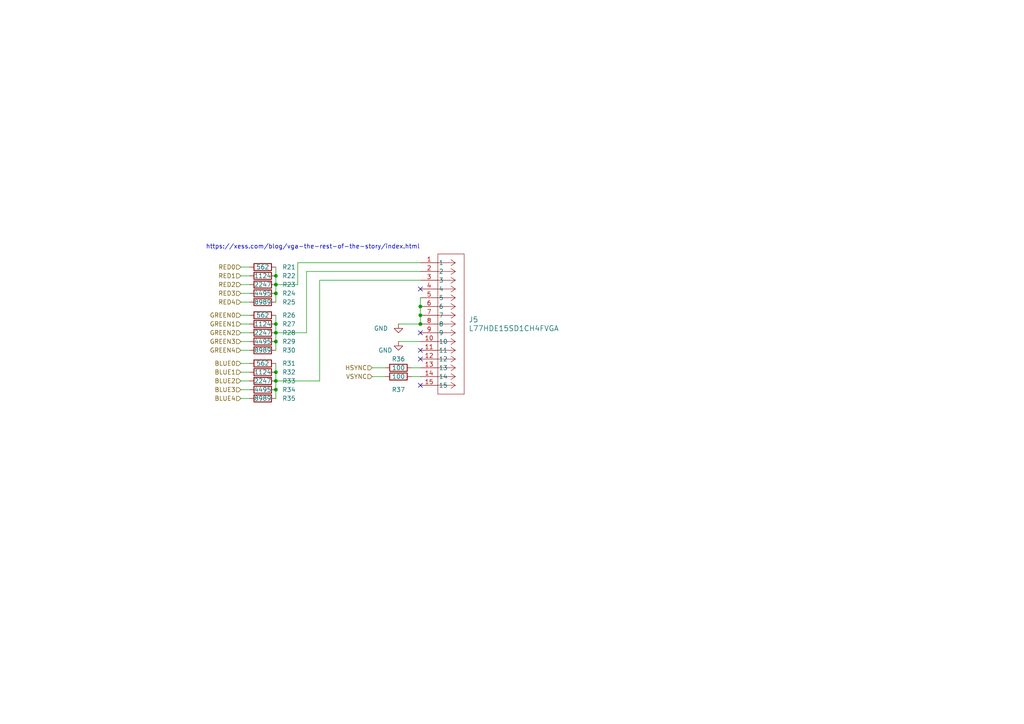
<source format=kicad_sch>
(kicad_sch (version 20230121) (generator eeschema)
  (paper "A4")
  (lib_symbols
    (symbol "2023-09-27_12-40-23:L77HDE15SD1CH4FVGA" (pin_names (offset 0.254))
      (property "Reference" "J" (at 8.89 6.35 0))
      (property "Value" "L77HDE15SD1CH4FVGA" (at 0 0 0))
      (symbol "L77HDE15SD1CH4FVGA_1_1"
        (polyline (pts (xy 5.08 -38.1) (xy 12.7 -38.1)) (stroke (width 0.127)))
        (polyline (pts (xy 5.08 2.54) (xy 5.08 -38.1)) (stroke (width 0.127)))
        (polyline (pts (xy 10.16 -35.56) (xy 5.08 -35.56)) (stroke (width 0.127)))
        (polyline (pts (xy 10.16 -35.56) (xy 8.89 -36.4067)) (stroke (width 0.127)))
        (polyline (pts (xy 10.16 -35.56) (xy 8.89 -34.7133)) (stroke (width 0.127)))
        (polyline (pts (xy 10.16 -33.02) (xy 5.08 -33.02)) (stroke (width 0.127)))
        (polyline (pts (xy 10.16 -33.02) (xy 8.89 -33.8667)) (stroke (width 0.127)))
        (polyline (pts (xy 10.16 -33.02) (xy 8.89 -32.1733)) (stroke (width 0.127)))
        (polyline (pts (xy 10.16 -30.48) (xy 5.08 -30.48)) (stroke (width 0.127)))
        (polyline (pts (xy 10.16 -30.48) (xy 8.89 -31.3267)) (stroke (width 0.127)))
        (polyline (pts (xy 10.16 -30.48) (xy 8.89 -29.6333)) (stroke (width 0.127)))
        (polyline (pts (xy 10.16 -27.94) (xy 5.08 -27.94)) (stroke (width 0.127)))
        (polyline (pts (xy 10.16 -27.94) (xy 8.89 -28.7867)) (stroke (width 0.127)))
        (polyline (pts (xy 10.16 -27.94) (xy 8.89 -27.0933)) (stroke (width 0.127)))
        (polyline (pts (xy 10.16 -25.4) (xy 5.08 -25.4)) (stroke (width 0.127)))
        (polyline (pts (xy 10.16 -25.4) (xy 8.89 -26.2467)) (stroke (width 0.127)))
        (polyline (pts (xy 10.16 -25.4) (xy 8.89 -24.5533)) (stroke (width 0.127)))
        (polyline (pts (xy 10.16 -22.86) (xy 5.08 -22.86)) (stroke (width 0.127)))
        (polyline (pts (xy 10.16 -22.86) (xy 8.89 -23.7067)) (stroke (width 0.127)))
        (polyline (pts (xy 10.16 -22.86) (xy 8.89 -22.0133)) (stroke (width 0.127)))
        (polyline (pts (xy 10.16 -20.32) (xy 5.08 -20.32)) (stroke (width 0.127)))
        (polyline (pts (xy 10.16 -20.32) (xy 8.89 -21.1667)) (stroke (width 0.127)))
        (polyline (pts (xy 10.16 -20.32) (xy 8.89 -19.4733)) (stroke (width 0.127)))
        (polyline (pts (xy 10.16 -17.78) (xy 5.08 -17.78)) (stroke (width 0.127)))
        (polyline (pts (xy 10.16 -17.78) (xy 8.89 -18.6267)) (stroke (width 0.127)))
        (polyline (pts (xy 10.16 -17.78) (xy 8.89 -16.9333)) (stroke (width 0.127)))
        (polyline (pts (xy 10.16 -15.24) (xy 5.08 -15.24)) (stroke (width 0.127)))
        (polyline (pts (xy 10.16 -15.24) (xy 8.89 -16.0867)) (stroke (width 0.127)))
        (polyline (pts (xy 10.16 -15.24) (xy 8.89 -14.3933)) (stroke (width 0.127)))
        (polyline (pts (xy 10.16 -12.7) (xy 5.08 -12.7)) (stroke (width 0.127)))
        (polyline (pts (xy 10.16 -12.7) (xy 8.89 -13.5467)) (stroke (width 0.127)))
        (polyline (pts (xy 10.16 -12.7) (xy 8.89 -11.8533)) (stroke (width 0.127)))
        (polyline (pts (xy 10.16 -10.16) (xy 5.08 -10.16)) (stroke (width 0.127)))
        (polyline (pts (xy 10.16 -10.16) (xy 8.89 -11.0067)) (stroke (width 0.127)))
        (polyline (pts (xy 10.16 -10.16) (xy 8.89 -9.3133)) (stroke (width 0.127)))
        (polyline (pts (xy 10.16 -7.62) (xy 5.08 -7.62)) (stroke (width 0.127)))
        (polyline (pts (xy 10.16 -7.62) (xy 8.89 -8.4667)) (stroke (width 0.127)))
        (polyline (pts (xy 10.16 -7.62) (xy 8.89 -6.7733)) (stroke (width 0.127)))
        (polyline (pts (xy 10.16 -5.08) (xy 5.08 -5.08)) (stroke (width 0.127)))
        (polyline (pts (xy 10.16 -5.08) (xy 8.89 -5.9267)) (stroke (width 0.127)))
        (polyline (pts (xy 10.16 -5.08) (xy 8.89 -4.2333)) (stroke (width 0.127)))
        (polyline (pts (xy 10.16 -2.54) (xy 5.08 -2.54)) (stroke (width 0.127)))
        (polyline (pts (xy 10.16 -2.54) (xy 8.89 -3.3867)) (stroke (width 0.127)))
        (polyline (pts (xy 10.16 -2.54) (xy 8.89 -1.6933)) (stroke (width 0.127)))
        (polyline (pts (xy 10.16 0) (xy 5.08 0)) (stroke (width 0.127)))
        (polyline (pts (xy 10.16 0) (xy 8.89 -0.8467)) (stroke (width 0.127)))
        (polyline (pts (xy 10.16 0) (xy 8.89 0.8467)) (stroke (width 0.127)))
        (polyline (pts (xy 12.7 -38.1) (xy 12.7 2.54)) (stroke (width 0.127)))
        (polyline (pts (xy 12.7 2.54) (xy 5.08 2.54)) (stroke (width 0.127)))
        (pin unspecified line (at 0 0 0) (length 5.08) (name "1") (number "1"))
        (pin unspecified line (at 0 -22.86 0) (length 5.08) (name "10") (number "10"))
        (pin unspecified line (at 0 -25.4 0) (length 5.08) (name "11") (number "11"))
        (pin unspecified line (at 0 -27.94 0) (length 5.08) (name "12") (number "12"))
        (pin unspecified line (at 0 -30.48 0) (length 5.08) (name "13") (number "13"))
        (pin unspecified line (at 0 -33.02 0) (length 5.08) (name "14") (number "14"))
        (pin unspecified line (at 0 -35.56 0) (length 5.08) (name "15") (number "15"))
        (pin unspecified line (at 0 -2.54 0) (length 5.08) (name "2") (number "2"))
        (pin unspecified line (at 0 -5.08 0) (length 5.08) (name "3") (number "3"))
        (pin unspecified line (at 0 -7.62 0) (length 5.08) (name "4") (number "4"))
        (pin unspecified line (at 0 -10.16 0) (length 5.08) (name "5") (number "5"))
        (pin unspecified line (at 0 -12.7 0) (length 5.08) (name "6") (number "6"))
        (pin unspecified line (at 0 -15.24 0) (length 5.08) (name "7") (number "7"))
        (pin unspecified line (at 0 -17.78 0) (length 5.08) (name "8") (number "8"))
        (pin unspecified line (at 0 -20.32 0) (length 5.08) (name "9") (number "9"))
      )
      (symbol "L77HDE15SD1CH4FVGA_1_2"
        (polyline (pts (xy 5.08 -38.1) (xy 12.7 -38.1)) (stroke (width 0.127)))
        (polyline (pts (xy 5.08 2.54) (xy 5.08 -38.1)) (stroke (width 0.127)))
        (polyline (pts (xy 7.62 -35.56) (xy 5.08 -35.56)) (stroke (width 0.127)))
        (polyline (pts (xy 7.62 -35.56) (xy 8.89 -36.4067)) (stroke (width 0.127)))
        (polyline (pts (xy 7.62 -35.56) (xy 8.89 -34.7133)) (stroke (width 0.127)))
        (polyline (pts (xy 7.62 -33.02) (xy 5.08 -33.02)) (stroke (width 0.127)))
        (polyline (pts (xy 7.62 -33.02) (xy 8.89 -33.8667)) (stroke (width 0.127)))
        (polyline (pts (xy 7.62 -33.02) (xy 8.89 -32.1733)) (stroke (width 0.127)))
        (polyline (pts (xy 7.62 -30.48) (xy 5.08 -30.48)) (stroke (width 0.127)))
        (polyline (pts (xy 7.62 -30.48) (xy 8.89 -31.3267)) (stroke (width 0.127)))
        (polyline (pts (xy 7.62 -30.48) (xy 8.89 -29.6333)) (stroke (width 0.127)))
        (polyline (pts (xy 7.62 -27.94) (xy 5.08 -27.94)) (stroke (width 0.127)))
        (polyline (pts (xy 7.62 -27.94) (xy 8.89 -28.7867)) (stroke (width 0.127)))
        (polyline (pts (xy 7.62 -27.94) (xy 8.89 -27.0933)) (stroke (width 0.127)))
        (polyline (pts (xy 7.62 -25.4) (xy 5.08 -25.4)) (stroke (width 0.127)))
        (polyline (pts (xy 7.62 -25.4) (xy 8.89 -26.2467)) (stroke (width 0.127)))
        (polyline (pts (xy 7.62 -25.4) (xy 8.89 -24.5533)) (stroke (width 0.127)))
        (polyline (pts (xy 7.62 -22.86) (xy 5.08 -22.86)) (stroke (width 0.127)))
        (polyline (pts (xy 7.62 -22.86) (xy 8.89 -23.7067)) (stroke (width 0.127)))
        (polyline (pts (xy 7.62 -22.86) (xy 8.89 -22.0133)) (stroke (width 0.127)))
        (polyline (pts (xy 7.62 -20.32) (xy 5.08 -20.32)) (stroke (width 0.127)))
        (polyline (pts (xy 7.62 -20.32) (xy 8.89 -21.1667)) (stroke (width 0.127)))
        (polyline (pts (xy 7.62 -20.32) (xy 8.89 -19.4733)) (stroke (width 0.127)))
        (polyline (pts (xy 7.62 -17.78) (xy 5.08 -17.78)) (stroke (width 0.127)))
        (polyline (pts (xy 7.62 -17.78) (xy 8.89 -18.6267)) (stroke (width 0.127)))
        (polyline (pts (xy 7.62 -17.78) (xy 8.89 -16.9333)) (stroke (width 0.127)))
        (polyline (pts (xy 7.62 -15.24) (xy 5.08 -15.24)) (stroke (width 0.127)))
        (polyline (pts (xy 7.62 -15.24) (xy 8.89 -16.0867)) (stroke (width 0.127)))
        (polyline (pts (xy 7.62 -15.24) (xy 8.89 -14.3933)) (stroke (width 0.127)))
        (polyline (pts (xy 7.62 -12.7) (xy 5.08 -12.7)) (stroke (width 0.127)))
        (polyline (pts (xy 7.62 -12.7) (xy 8.89 -13.5467)) (stroke (width 0.127)))
        (polyline (pts (xy 7.62 -12.7) (xy 8.89 -11.8533)) (stroke (width 0.127)))
        (polyline (pts (xy 7.62 -10.16) (xy 5.08 -10.16)) (stroke (width 0.127)))
        (polyline (pts (xy 7.62 -10.16) (xy 8.89 -11.0067)) (stroke (width 0.127)))
        (polyline (pts (xy 7.62 -10.16) (xy 8.89 -9.3133)) (stroke (width 0.127)))
        (polyline (pts (xy 7.62 -7.62) (xy 5.08 -7.62)) (stroke (width 0.127)))
        (polyline (pts (xy 7.62 -7.62) (xy 8.89 -8.4667)) (stroke (width 0.127)))
        (polyline (pts (xy 7.62 -7.62) (xy 8.89 -6.7733)) (stroke (width 0.127)))
        (polyline (pts (xy 7.62 -5.08) (xy 5.08 -5.08)) (stroke (width 0.127)))
        (polyline (pts (xy 7.62 -5.08) (xy 8.89 -5.9267)) (stroke (width 0.127)))
        (polyline (pts (xy 7.62 -5.08) (xy 8.89 -4.2333)) (stroke (width 0.127)))
        (polyline (pts (xy 7.62 -2.54) (xy 5.08 -2.54)) (stroke (width 0.127)))
        (polyline (pts (xy 7.62 -2.54) (xy 8.89 -3.3867)) (stroke (width 0.127)))
        (polyline (pts (xy 7.62 -2.54) (xy 8.89 -1.6933)) (stroke (width 0.127)))
        (polyline (pts (xy 7.62 0) (xy 5.08 0)) (stroke (width 0.127)))
        (polyline (pts (xy 7.62 0) (xy 8.89 -0.8467)) (stroke (width 0.127)))
        (polyline (pts (xy 7.62 0) (xy 8.89 0.8467)) (stroke (width 0.127)))
        (polyline (pts (xy 12.7 -38.1) (xy 12.7 2.54)) (stroke (width 0.127)))
        (polyline (pts (xy 12.7 2.54) (xy 5.08 2.54)) (stroke (width 0.127)))
        (pin unspecified line (at 0 0 0) (length 5.08) (name "1") (number "1"))
        (pin unspecified line (at 0 -22.86 0) (length 5.08) (name "10") (number "10"))
        (pin unspecified line (at 0 -25.4 0) (length 5.08) (name "11") (number "11"))
        (pin unspecified line (at 0 -27.94 0) (length 5.08) (name "12") (number "12"))
        (pin unspecified line (at 0 -30.48 0) (length 5.08) (name "13") (number "13"))
        (pin unspecified line (at 0 -33.02 0) (length 5.08) (name "14") (number "14"))
        (pin unspecified line (at 0 -35.56 0) (length 5.08) (name "15") (number "15"))
        (pin unspecified line (at 0 -2.54 0) (length 5.08) (name "2") (number "2"))
        (pin unspecified line (at 0 -5.08 0) (length 5.08) (name "3") (number "3"))
        (pin unspecified line (at 0 -7.62 0) (length 5.08) (name "4") (number "4"))
        (pin unspecified line (at 0 -10.16 0) (length 5.08) (name "5") (number "5"))
        (pin unspecified line (at 0 -12.7 0) (length 5.08) (name "6") (number "6"))
        (pin unspecified line (at 0 -15.24 0) (length 5.08) (name "7") (number "7"))
        (pin unspecified line (at 0 -17.78 0) (length 5.08) (name "8") (number "8"))
        (pin unspecified line (at 0 -20.32 0) (length 5.08) (name "9") (number "9"))
      )
    )
    (symbol "Device:R" (pin_numbers hide) (pin_names (offset 0))
      (property "Reference" "R" (at 2.032 0 90))
      (property "Value" "R" (at 0 0 90))
      (symbol "R_0_1"
        (rectangle (start -1.016 -2.54) (end 1.016 2.54) (stroke (width 0.254)))
      )
      (symbol "R_1_1"
        (pin passive line (at 0 3.81 270) (length 1.27) (name "~") (number "1"))
        (pin passive line (at 0 -3.81 90) (length 1.27) (name "~") (number "2"))
      )
    )
    (symbol "power:GND" (power) (pin_names (offset 0))
      (property "Value" "GND" (at 0 -3.81 0))
      (symbol "GND_0_1"
        (polyline (pts (xy 0 0) (xy 0 -1.27) (xy 1.27 -1.27) (xy 0 -2.54) (xy -1.27 -1.27) (xy 0 -1.27)))
      )
      (symbol "GND_1_1"
        (pin power_in line (at 0 0 270) (length 0) hide (name "GND") (number "1"))
      )
    )
  )
  (junction (at 121.92 93.98))
  (junction (at 121.92 91.44))
  (junction (at 80.01 80.01))
  (junction (at 80.01 107.95))
  (junction (at 121.92 88.9))
  (junction (at 80.01 93.98))
  (junction (at 80.01 82.55))
  (junction (at 80.01 110.49))
  (junction (at 80.01 96.52))
  (junction (at 80.01 99.06))
  (junction (at 80.01 85.09))
  (junction (at 80.01 113.03))
  (no_connect (at 121.92 101.6))
  (no_connect (at 121.92 83.82))
  (no_connect (at 121.92 96.52))
  (no_connect (at 121.92 111.76))
  (no_connect (at 121.92 104.14))
  (wire (pts (xy 92.71 110.49) (xy 80.01 110.49)))
  (wire (pts (xy 69.85 99.06) (xy 72.39 99.06)))
  (wire (pts (xy 121.92 91.44) (xy 121.92 93.98)))
  (wire (pts (xy 80.01 91.44) (xy 80.01 93.98)))
  (wire (pts (xy 92.71 81.28) (xy 92.71 110.49)))
  (wire (pts (xy 115.57 93.98) (xy 121.92 93.98)))
  (wire (pts (xy 80.01 105.41) (xy 80.01 107.95)))
  (wire (pts (xy 69.85 93.98) (xy 72.39 93.98)))
  (wire (pts (xy 107.95 106.68) (xy 111.76 106.68)))
  (wire (pts (xy 88.9 78.74) (xy 88.9 96.52)))
  (wire (pts (xy 88.9 96.52) (xy 80.01 96.52)))
  (wire (pts (xy 115.57 99.06) (xy 121.92 99.06)))
  (wire (pts (xy 69.85 96.52) (xy 72.39 96.52)))
  (wire (pts (xy 80.01 110.49) (xy 80.01 113.03)))
  (wire (pts (xy 121.92 76.2) (xy 86.36 76.2)))
  (wire (pts (xy 69.85 110.49) (xy 72.39 110.49)))
  (wire (pts (xy 119.38 106.68) (xy 121.92 106.68)))
  (wire (pts (xy 80.01 77.47) (xy 80.01 80.01)))
  (wire (pts (xy 107.95 109.22) (xy 111.76 109.22)))
  (wire (pts (xy 69.85 107.95) (xy 72.39 107.95)))
  (wire (pts (xy 80.01 96.52) (xy 80.01 99.06)))
  (wire (pts (xy 80.01 93.98) (xy 80.01 96.52)))
  (wire (pts (xy 69.85 80.01) (xy 72.39 80.01)))
  (wire (pts (xy 121.92 86.36) (xy 121.92 88.9)))
  (wire (pts (xy 80.01 107.95) (xy 80.01 110.49)))
  (wire (pts (xy 69.85 87.63) (xy 72.39 87.63)))
  (wire (pts (xy 69.85 115.57) (xy 72.39 115.57)))
  (wire (pts (xy 80.01 99.06) (xy 80.01 101.6)))
  (wire (pts (xy 121.92 81.28) (xy 92.71 81.28)))
  (wire (pts (xy 69.85 77.47) (xy 72.39 77.47)))
  (wire (pts (xy 69.85 105.41) (xy 72.39 105.41)))
  (wire (pts (xy 80.01 113.03) (xy 80.01 115.57)))
  (wire (pts (xy 69.85 113.03) (xy 72.39 113.03)))
  (wire (pts (xy 69.85 85.09) (xy 72.39 85.09)))
  (wire (pts (xy 69.85 91.44) (xy 72.39 91.44)))
  (wire (pts (xy 119.38 109.22) (xy 121.92 109.22)))
  (wire (pts (xy 80.01 82.55) (xy 80.01 85.09)))
  (wire (pts (xy 121.92 88.9) (xy 121.92 91.44)))
  (wire (pts (xy 121.92 78.74) (xy 88.9 78.74)))
  (wire (pts (xy 86.36 76.2) (xy 86.36 82.55)))
  (wire (pts (xy 69.85 101.6) (xy 72.39 101.6)))
  (wire (pts (xy 80.01 80.01) (xy 80.01 82.55)))
  (wire (pts (xy 86.36 82.55) (xy 80.01 82.55)))
  (wire (pts (xy 69.85 82.55) (xy 72.39 82.55)))
  (wire (pts (xy 80.01 85.09) (xy 80.01 87.63)))
  (text "https://xess.com/blog/vga-the-rest-of-the-story/index.html\n" (at 59.69 72.39 0) (effects (font (size 1.27 1.27)) (justify left bottom)))
  (hierarchical_label "BLUE2" (shape input) (at 69.85 110.49 180))
  (hierarchical_label "RED4" (shape input) (at 69.85 87.63 180))
  (hierarchical_label "GREEN0" (shape input) (at 69.85 91.44 180))
  (hierarchical_label "GREEN1" (shape input) (at 69.85 93.98 180))
  (hierarchical_label "BLUE0" (shape input) (at 69.85 105.41 180))
  (hierarchical_label "GREEN4" (shape input) (at 69.85 101.6 180))
  (hierarchical_label "BLUE4" (shape input) (at 69.85 115.57 180))
  (hierarchical_label "RED0" (shape input) (at 69.85 77.47 180))
  (hierarchical_label "RED2" (shape input) (at 69.85 82.55 180))
  (hierarchical_label "RED1" (shape input) (at 69.85 80.01 180))
  (hierarchical_label "GREEN3" (shape input) (at 69.85 99.06 180))
  (hierarchical_label "GREEN2" (shape input) (at 69.85 96.52 180))
  (hierarchical_label "RED3" (shape input) (at 69.85 85.09 180))
  (hierarchical_label "BLUE1" (shape input) (at 69.85 107.95 180))
  (hierarchical_label "BLUE3" (shape input) (at 69.85 113.03 180))
  (hierarchical_label "VSYNC" (shape input) (at 107.95 109.22 180))
  (hierarchical_label "HSYNC" (shape input) (at 107.95 106.68 180))
  (symbol (lib_id "Device:R") (at 76.2 77.47 90) (unit 1)
    (property "Reference" "R21" (at 83.82 77.47 90))
    (property "Value" "562" (at 76.2 77.47 90))
    (property "Footprint" "Resistor_SMD:R_0805_2012Metric_Pad1.20x1.40mm_HandSolder" (effects hide))
  )
  (symbol (lib_id "Device:R") (at 76.2 113.03 90) (unit 1)
    (property "Reference" "R34" (at 83.82 113.03 90))
    (property "Value" "4495" (at 76.2 113.03 90))
    (property "Footprint" "Resistor_SMD:R_0805_2012Metric_Pad1.20x1.40mm_HandSolder" (effects hide))
  )
  (symbol (lib_id "Device:R") (at 76.2 99.06 90) (unit 1)
    (property "Reference" "R29" (at 83.82 99.06 90))
    (property "Value" "4495" (at 76.2 99.06 90))
    (property "Footprint" "Resistor_SMD:R_0805_2012Metric_Pad1.20x1.40mm_HandSolder" (effects hide))
  )
  (symbol (lib_id "Device:R") (at 76.2 82.55 90) (unit 1)
    (property "Reference" "R23" (at 83.82 82.55 90))
    (property "Value" "2247" (at 76.2 82.55 90))
    (property "Footprint" "Resistor_SMD:R_0805_2012Metric_Pad1.20x1.40mm_HandSolder" (effects hide))
  )
  (symbol (lib_id "Device:R") (at 76.2 96.52 90) (unit 1)
    (property "Reference" "R28" (at 83.82 96.52 90))
    (property "Value" "2247" (at 76.2 96.52 90))
    (property "Footprint" "Resistor_SMD:R_0805_2012Metric_Pad1.20x1.40mm_HandSolder" (effects hide))
  )
  (symbol (lib_id "Device:R") (at 76.2 87.63 90) (unit 1)
    (property "Reference" "R25" (at 83.82 87.63 90))
    (property "Value" "8989" (at 76.2 87.63 90))
    (property "Footprint" "Resistor_SMD:R_0805_2012Metric_Pad1.20x1.40mm_HandSolder" (effects hide))
  )
  (symbol (lib_id "Device:R") (at 76.2 80.01 90) (unit 1)
    (property "Reference" "R22" (at 83.82 80.01 90))
    (property "Value" "1124" (at 76.2 80.01 90))
    (property "Footprint" "Resistor_SMD:R_0805_2012Metric_Pad1.20x1.40mm_HandSolder" (effects hide))
  )
  (symbol (lib_id "Device:R") (at 76.2 105.41 90) (unit 1)
    (property "Reference" "R31" (at 83.82 105.41 90))
    (property "Value" "562" (at 76.2 105.41 90))
    (property "Footprint" "Resistor_SMD:R_0805_2012Metric_Pad1.20x1.40mm_HandSolder" (effects hide))
  )
  (symbol (lib_id "Device:R") (at 76.2 91.44 90) (unit 1)
    (property "Reference" "R26" (at 83.82 91.44 90))
    (property "Value" "562" (at 76.2 91.44 90))
    (property "Footprint" "Resistor_SMD:R_0805_2012Metric_Pad1.20x1.40mm_HandSolder" (effects hide))
  )
  (symbol (lib_id "power:GND") (at 115.57 93.98 0) (unit 1)
    (property "Reference" "#PWR048" (effects hide))
    (property "Value" "GND" (at 110.49 95.25 0))
  )
  (symbol (lib_id "Device:R") (at 115.57 106.68 90) (unit 1)
    (property "Reference" "R36" (at 115.57 104.14 90))
    (property "Value" "100" (at 115.57 106.68 90))
    (property "Footprint" "Resistor_SMD:R_0805_2012Metric_Pad1.20x1.40mm_HandSolder" (effects hide))
  )
  (symbol (lib_id "Device:R") (at 76.2 115.57 90) (unit 1)
    (property "Reference" "R35" (at 83.82 115.57 90))
    (property "Value" "8989" (at 76.2 115.57 90))
    (property "Footprint" "Resistor_SMD:R_0805_2012Metric_Pad1.20x1.40mm_HandSolder" (effects hide))
  )
  (symbol (lib_id "Device:R") (at 76.2 101.6 90) (unit 1)
    (property "Reference" "R30" (at 83.82 101.6 90))
    (property "Value" "8989" (at 76.2 101.6 90))
    (property "Footprint" "Resistor_SMD:R_0805_2012Metric_Pad1.20x1.40mm_HandSolder" (effects hide))
  )
  (symbol (lib_id "Device:R") (at 76.2 93.98 90) (unit 1)
    (property "Reference" "R27" (at 83.82 93.98 90))
    (property "Value" "1124" (at 76.2 93.98 90))
    (property "Footprint" "Resistor_SMD:R_0805_2012Metric_Pad1.20x1.40mm_HandSolder" (effects hide))
  )
  (symbol (lib_id "Device:R") (at 115.57 109.22 90) (unit 1)
    (property "Reference" "R37" (at 115.57 113.03 90))
    (property "Value" "100" (at 115.57 109.22 90))
    (property "Footprint" "Resistor_SMD:R_0805_2012Metric_Pad1.20x1.40mm_HandSolder" (effects hide))
  )
  (symbol (lib_id "Device:R") (at 76.2 85.09 90) (unit 1)
    (property "Reference" "R24" (at 83.82 85.09 90))
    (property "Value" "4495" (at 76.2 85.09 90))
    (property "Footprint" "Resistor_SMD:R_0805_2012Metric_Pad1.20x1.40mm_HandSolder" (effects hide))
  )
  (symbol (lib_id "Device:R") (at 76.2 110.49 90) (unit 1)
    (property "Reference" "R33" (at 83.82 110.49 90))
    (property "Value" "2247" (at 76.2 110.49 90))
    (property "Footprint" "Resistor_SMD:R_0805_2012Metric_Pad1.20x1.40mm_HandSolder" (effects hide))
  )
  (symbol (lib_id "2023-09-27_12-40-23:L77HDE15SD1CH4FVGA") (at 121.92 76.2 0) (unit 1)
    (property "Reference" "J5" (at 135.89 92.71 0) (effects (font (size 1.524 1.524)) (justify left)))
    (property "Value" "L77HDE15SD1CH4FVGA" (at 135.89 95.25 0) (effects (font (size 1.524 1.524)) (justify left)))
    (property "Footprint" "vga:CONN_L77HDE15SD1CH4FVGA_AMP" (effects hide))
    (property "Datasheet" "L77HDE15SD1CH4FVGA" (effects hide))
  )
  (symbol (lib_id "power:GND") (at 115.57 99.06 0) (unit 1)
    (property "Reference" "#PWR071" (effects hide))
    (property "Value" "GND" (at 111.76 101.6 0))
  )
  (symbol (lib_id "Device:R") (at 76.2 107.95 90) (unit 1)
    (property "Reference" "R32" (at 83.82 107.95 90))
    (property "Value" "1124" (at 76.2 107.95 90))
    (property "Footprint" "Resistor_SMD:R_0805_2012Metric_Pad1.20x1.40mm_HandSolder" (effects hide))
  )
)
</source>
